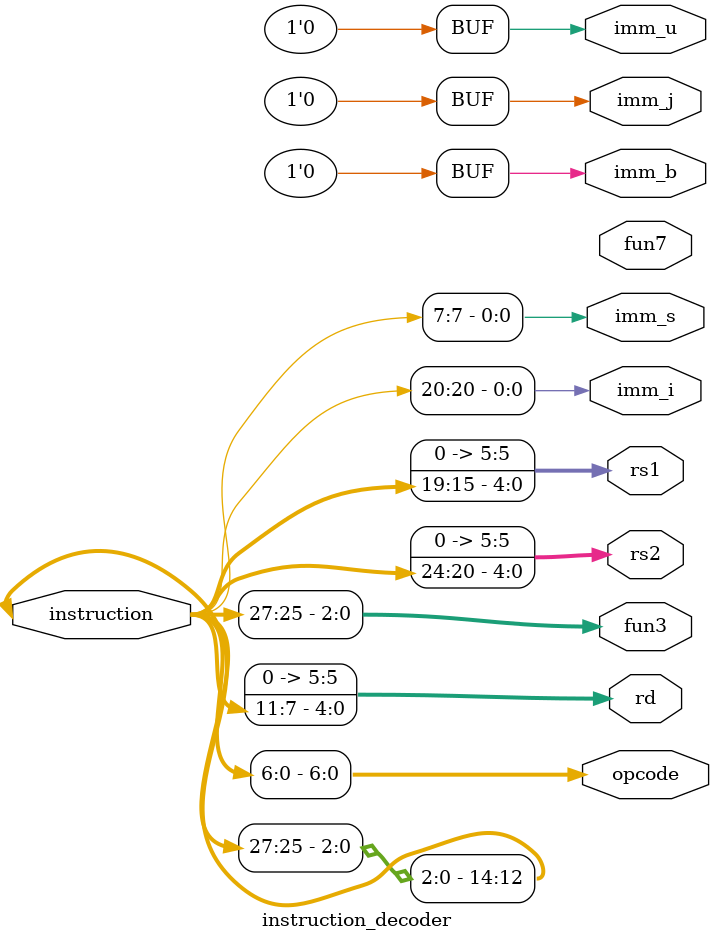
<source format=v>
module instruction_decoder(instruction,opcode,rd,fun3,rs1,rs2,fun7,imm_i,imm_s,imm_b,imm_u,imm_j);
  input [31:0]instruction;
  output [6:0]opcode;      // for general instruction without imm
  output [5:0]rd;
  output [2:0]fun3;
  output [5:0]rs2;
  output [5:0]rs1;
  output [7:0]fun7;
  
  // for instruction format which has immediate
  output imm_i;
  output imm_s;
  output imm_b;
  output imm_u;
  output imm_j;
  
  assign opcode=instruction[6:0];
  assign rd=instruction[11:7];
  assign fun3=instruction[14:12];
  assign rs1=instruction[19:15];
  assign rs2=instruction[24:20];
  assign fun3=instruction[31:25];
  
  assign imm_i={{20{instruction[31]}},instruction[31:20]};//imm is of 12 bit so padd at msb to make 32 bit
  assign imm_s={{20{instruction[31]}},instruction[31:25],instruction[11:7]};
  assign imm_b={{19{instruction[31]}},instruction[31],instruction[30:25],instruction[11:8],instruction[7],1'b0};//lsb is zero any way so no need use extra bit
  assign imm_u={{instruction[31:12]},12'b0};//we use only upper bit so make remaining bit zero at lsb
  assign imm_j={{11{instruction[31]}},instruction[31],instruction[30:21],instruction[20],instruction[19:12],1'b0};//lsb is zero any way so no need use extra bit
  
endmodule
                

</source>
